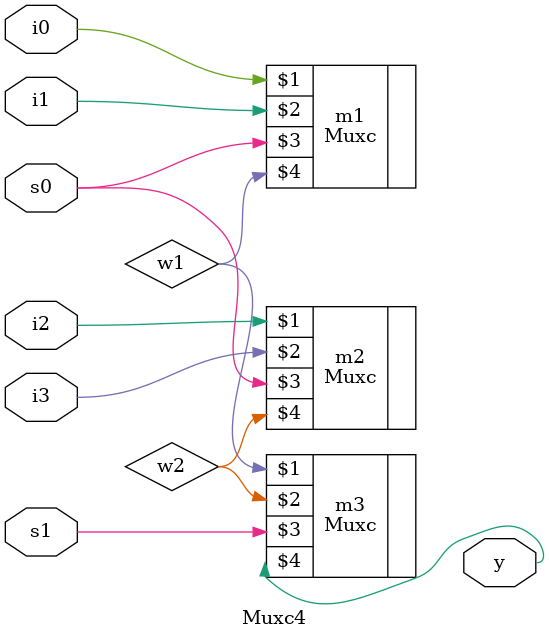
<source format=v>
module Muxc4(i0,i1,i2,i3,s0,s1,y);
input i0,i1,i2,i3,s0,s1;
output y;
wire w1,w2;
Muxc m1(i0,i1,s0,w1);
Muxc m2(i2,i3,s0,w2);
Muxc m3(w1,w2,s1,y);
endmodule

</source>
